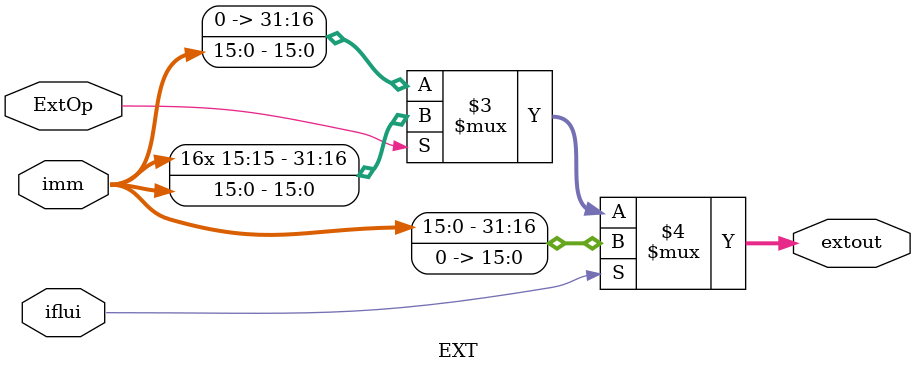
<source format=v>
`timescale 1ns / 1ps
module EXT(
    input [15:0] imm,
    output [31:0] extout,
    input ExtOp,
    input iflui
    );
	 assign extout=(iflui==1)?{imm,16'b0}
			  :(ExtOp==1)?{{16{imm[15]}},imm}:{16'b0,imm};

endmodule

</source>
